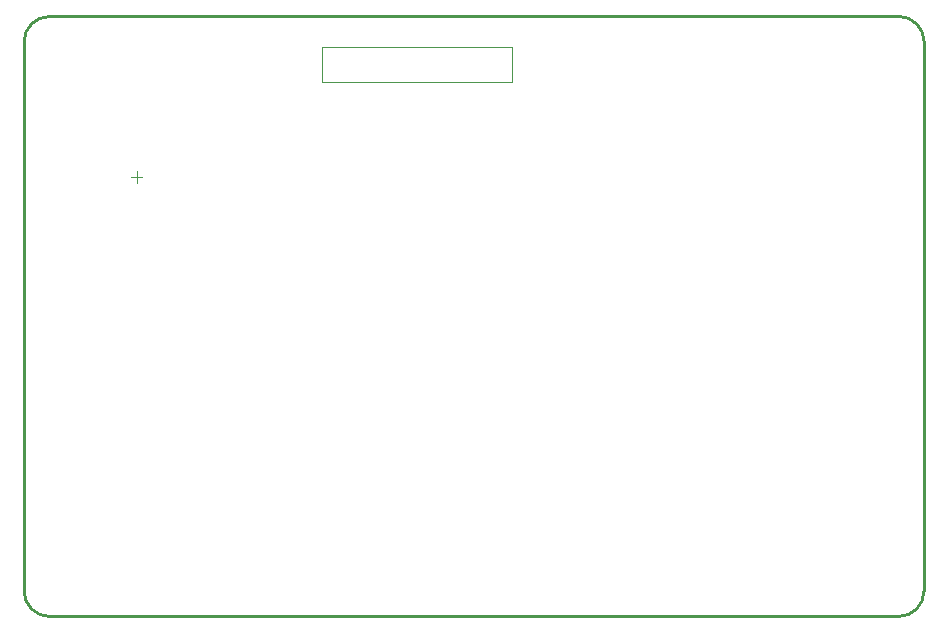
<source format=gbp>
G04*
G04 #@! TF.GenerationSoftware,Altium Limited,Altium Designer,21.3.2 (30)*
G04*
G04 Layer_Color=128*
%FSLAX44Y44*%
%MOMM*%
G71*
G04*
G04 #@! TF.SameCoordinates,9234EC1E-5B27-41C9-997F-A59CE03DEA51*
G04*
G04*
G04 #@! TF.FilePolarity,Positive*
G04*
G01*
G75*
%ADD10C,0.2540*%
%ADD15C,0.0500*%
D10*
X275499Y762000D02*
G03*
X254000Y740501I0J-21499D01*
G01*
Y275499D02*
G03*
X275499Y254000I21499J0D01*
G01*
X1016000Y740501D02*
G03*
X994501Y762000I-21499J0D01*
G01*
Y254000D02*
G03*
X1016000Y275499I0J21499D01*
G01*
X275499Y762000D02*
X994501D01*
X275499Y254000D02*
X994501D01*
X254000Y275499D02*
Y740501D01*
X1016000Y275499D02*
Y740501D01*
D15*
X667090Y706410D02*
Y736310D01*
X506390Y706410D02*
X667090D01*
X506390D02*
Y736310D01*
X667090D01*
X344260Y625810D02*
X354260D01*
X349260Y620810D02*
Y630810D01*
M02*

</source>
